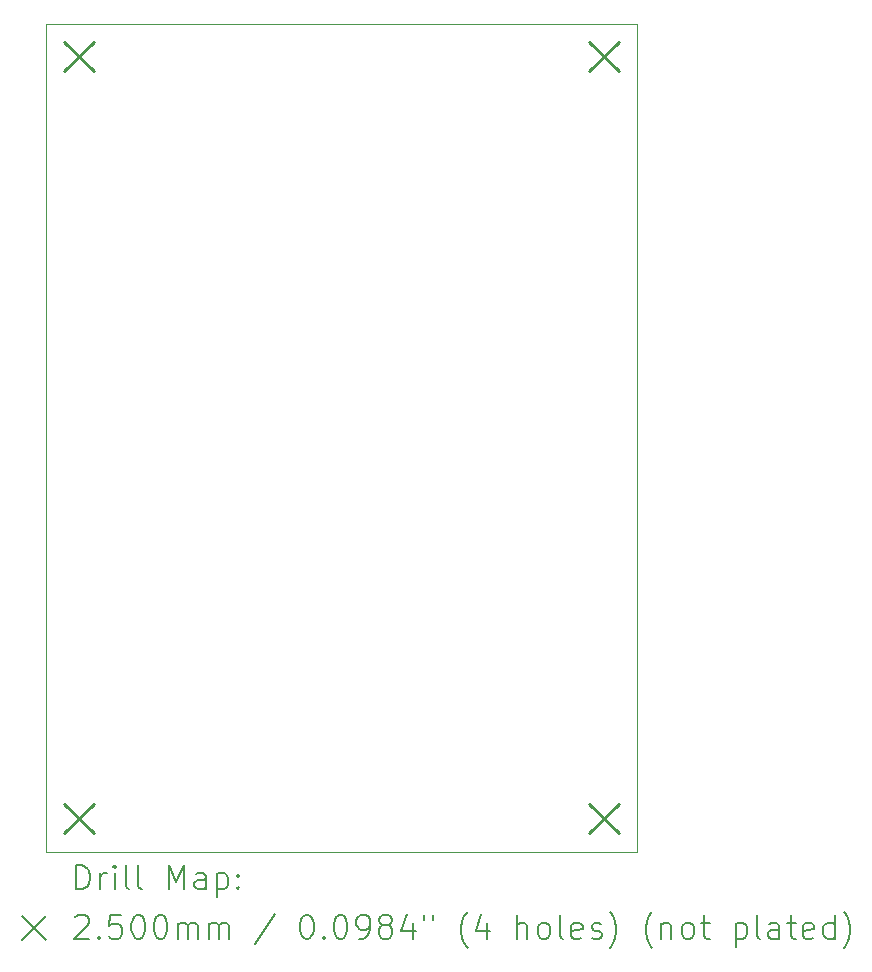
<source format=gbr>
%TF.GenerationSoftware,KiCad,Pcbnew,7.0.7*%
%TF.CreationDate,2025-03-26T10:17:01+05:30*%
%TF.ProjectId,VibAndHeat_Version1,56696241-6e64-4486-9561-745f56657273,rev?*%
%TF.SameCoordinates,Original*%
%TF.FileFunction,Drillmap*%
%TF.FilePolarity,Positive*%
%FSLAX45Y45*%
G04 Gerber Fmt 4.5, Leading zero omitted, Abs format (unit mm)*
G04 Created by KiCad (PCBNEW 7.0.7) date 2025-03-26 10:17:01*
%MOMM*%
%LPD*%
G01*
G04 APERTURE LIST*
%ADD10C,0.100000*%
%ADD11C,0.200000*%
%ADD12C,0.250000*%
G04 APERTURE END LIST*
D10*
X11455400Y-6375400D02*
X16459200Y-6375400D01*
X16459200Y-13385800D01*
X11455400Y-13385800D01*
X11455400Y-6375400D01*
D11*
D12*
X11609800Y-6529800D02*
X11859800Y-6779800D01*
X11859800Y-6529800D02*
X11609800Y-6779800D01*
X11609800Y-12981400D02*
X11859800Y-13231400D01*
X11859800Y-12981400D02*
X11609800Y-13231400D01*
X16054800Y-6529800D02*
X16304800Y-6779800D01*
X16304800Y-6529800D02*
X16054800Y-6779800D01*
X16054800Y-12981400D02*
X16304800Y-13231400D01*
X16304800Y-12981400D02*
X16054800Y-13231400D01*
D11*
X11711177Y-13702284D02*
X11711177Y-13502284D01*
X11711177Y-13502284D02*
X11758796Y-13502284D01*
X11758796Y-13502284D02*
X11787367Y-13511808D01*
X11787367Y-13511808D02*
X11806415Y-13530855D01*
X11806415Y-13530855D02*
X11815939Y-13549903D01*
X11815939Y-13549903D02*
X11825462Y-13587998D01*
X11825462Y-13587998D02*
X11825462Y-13616569D01*
X11825462Y-13616569D02*
X11815939Y-13654665D01*
X11815939Y-13654665D02*
X11806415Y-13673712D01*
X11806415Y-13673712D02*
X11787367Y-13692760D01*
X11787367Y-13692760D02*
X11758796Y-13702284D01*
X11758796Y-13702284D02*
X11711177Y-13702284D01*
X11911177Y-13702284D02*
X11911177Y-13568950D01*
X11911177Y-13607046D02*
X11920701Y-13587998D01*
X11920701Y-13587998D02*
X11930224Y-13578474D01*
X11930224Y-13578474D02*
X11949272Y-13568950D01*
X11949272Y-13568950D02*
X11968320Y-13568950D01*
X12034986Y-13702284D02*
X12034986Y-13568950D01*
X12034986Y-13502284D02*
X12025462Y-13511808D01*
X12025462Y-13511808D02*
X12034986Y-13521331D01*
X12034986Y-13521331D02*
X12044510Y-13511808D01*
X12044510Y-13511808D02*
X12034986Y-13502284D01*
X12034986Y-13502284D02*
X12034986Y-13521331D01*
X12158796Y-13702284D02*
X12139748Y-13692760D01*
X12139748Y-13692760D02*
X12130224Y-13673712D01*
X12130224Y-13673712D02*
X12130224Y-13502284D01*
X12263558Y-13702284D02*
X12244510Y-13692760D01*
X12244510Y-13692760D02*
X12234986Y-13673712D01*
X12234986Y-13673712D02*
X12234986Y-13502284D01*
X12492129Y-13702284D02*
X12492129Y-13502284D01*
X12492129Y-13502284D02*
X12558796Y-13645141D01*
X12558796Y-13645141D02*
X12625462Y-13502284D01*
X12625462Y-13502284D02*
X12625462Y-13702284D01*
X12806415Y-13702284D02*
X12806415Y-13597522D01*
X12806415Y-13597522D02*
X12796891Y-13578474D01*
X12796891Y-13578474D02*
X12777843Y-13568950D01*
X12777843Y-13568950D02*
X12739748Y-13568950D01*
X12739748Y-13568950D02*
X12720701Y-13578474D01*
X12806415Y-13692760D02*
X12787367Y-13702284D01*
X12787367Y-13702284D02*
X12739748Y-13702284D01*
X12739748Y-13702284D02*
X12720701Y-13692760D01*
X12720701Y-13692760D02*
X12711177Y-13673712D01*
X12711177Y-13673712D02*
X12711177Y-13654665D01*
X12711177Y-13654665D02*
X12720701Y-13635617D01*
X12720701Y-13635617D02*
X12739748Y-13626093D01*
X12739748Y-13626093D02*
X12787367Y-13626093D01*
X12787367Y-13626093D02*
X12806415Y-13616569D01*
X12901653Y-13568950D02*
X12901653Y-13768950D01*
X12901653Y-13578474D02*
X12920701Y-13568950D01*
X12920701Y-13568950D02*
X12958796Y-13568950D01*
X12958796Y-13568950D02*
X12977843Y-13578474D01*
X12977843Y-13578474D02*
X12987367Y-13587998D01*
X12987367Y-13587998D02*
X12996891Y-13607046D01*
X12996891Y-13607046D02*
X12996891Y-13664188D01*
X12996891Y-13664188D02*
X12987367Y-13683236D01*
X12987367Y-13683236D02*
X12977843Y-13692760D01*
X12977843Y-13692760D02*
X12958796Y-13702284D01*
X12958796Y-13702284D02*
X12920701Y-13702284D01*
X12920701Y-13702284D02*
X12901653Y-13692760D01*
X13082605Y-13683236D02*
X13092129Y-13692760D01*
X13092129Y-13692760D02*
X13082605Y-13702284D01*
X13082605Y-13702284D02*
X13073082Y-13692760D01*
X13073082Y-13692760D02*
X13082605Y-13683236D01*
X13082605Y-13683236D02*
X13082605Y-13702284D01*
X13082605Y-13578474D02*
X13092129Y-13587998D01*
X13092129Y-13587998D02*
X13082605Y-13597522D01*
X13082605Y-13597522D02*
X13073082Y-13587998D01*
X13073082Y-13587998D02*
X13082605Y-13578474D01*
X13082605Y-13578474D02*
X13082605Y-13597522D01*
X11250400Y-13930800D02*
X11450400Y-14130800D01*
X11450400Y-13930800D02*
X11250400Y-14130800D01*
X11701653Y-13941331D02*
X11711177Y-13931808D01*
X11711177Y-13931808D02*
X11730224Y-13922284D01*
X11730224Y-13922284D02*
X11777843Y-13922284D01*
X11777843Y-13922284D02*
X11796891Y-13931808D01*
X11796891Y-13931808D02*
X11806415Y-13941331D01*
X11806415Y-13941331D02*
X11815939Y-13960379D01*
X11815939Y-13960379D02*
X11815939Y-13979427D01*
X11815939Y-13979427D02*
X11806415Y-14007998D01*
X11806415Y-14007998D02*
X11692129Y-14122284D01*
X11692129Y-14122284D02*
X11815939Y-14122284D01*
X11901653Y-14103236D02*
X11911177Y-14112760D01*
X11911177Y-14112760D02*
X11901653Y-14122284D01*
X11901653Y-14122284D02*
X11892129Y-14112760D01*
X11892129Y-14112760D02*
X11901653Y-14103236D01*
X11901653Y-14103236D02*
X11901653Y-14122284D01*
X12092129Y-13922284D02*
X11996891Y-13922284D01*
X11996891Y-13922284D02*
X11987367Y-14017522D01*
X11987367Y-14017522D02*
X11996891Y-14007998D01*
X11996891Y-14007998D02*
X12015939Y-13998474D01*
X12015939Y-13998474D02*
X12063558Y-13998474D01*
X12063558Y-13998474D02*
X12082605Y-14007998D01*
X12082605Y-14007998D02*
X12092129Y-14017522D01*
X12092129Y-14017522D02*
X12101653Y-14036569D01*
X12101653Y-14036569D02*
X12101653Y-14084188D01*
X12101653Y-14084188D02*
X12092129Y-14103236D01*
X12092129Y-14103236D02*
X12082605Y-14112760D01*
X12082605Y-14112760D02*
X12063558Y-14122284D01*
X12063558Y-14122284D02*
X12015939Y-14122284D01*
X12015939Y-14122284D02*
X11996891Y-14112760D01*
X11996891Y-14112760D02*
X11987367Y-14103236D01*
X12225462Y-13922284D02*
X12244510Y-13922284D01*
X12244510Y-13922284D02*
X12263558Y-13931808D01*
X12263558Y-13931808D02*
X12273082Y-13941331D01*
X12273082Y-13941331D02*
X12282605Y-13960379D01*
X12282605Y-13960379D02*
X12292129Y-13998474D01*
X12292129Y-13998474D02*
X12292129Y-14046093D01*
X12292129Y-14046093D02*
X12282605Y-14084188D01*
X12282605Y-14084188D02*
X12273082Y-14103236D01*
X12273082Y-14103236D02*
X12263558Y-14112760D01*
X12263558Y-14112760D02*
X12244510Y-14122284D01*
X12244510Y-14122284D02*
X12225462Y-14122284D01*
X12225462Y-14122284D02*
X12206415Y-14112760D01*
X12206415Y-14112760D02*
X12196891Y-14103236D01*
X12196891Y-14103236D02*
X12187367Y-14084188D01*
X12187367Y-14084188D02*
X12177843Y-14046093D01*
X12177843Y-14046093D02*
X12177843Y-13998474D01*
X12177843Y-13998474D02*
X12187367Y-13960379D01*
X12187367Y-13960379D02*
X12196891Y-13941331D01*
X12196891Y-13941331D02*
X12206415Y-13931808D01*
X12206415Y-13931808D02*
X12225462Y-13922284D01*
X12415939Y-13922284D02*
X12434986Y-13922284D01*
X12434986Y-13922284D02*
X12454034Y-13931808D01*
X12454034Y-13931808D02*
X12463558Y-13941331D01*
X12463558Y-13941331D02*
X12473082Y-13960379D01*
X12473082Y-13960379D02*
X12482605Y-13998474D01*
X12482605Y-13998474D02*
X12482605Y-14046093D01*
X12482605Y-14046093D02*
X12473082Y-14084188D01*
X12473082Y-14084188D02*
X12463558Y-14103236D01*
X12463558Y-14103236D02*
X12454034Y-14112760D01*
X12454034Y-14112760D02*
X12434986Y-14122284D01*
X12434986Y-14122284D02*
X12415939Y-14122284D01*
X12415939Y-14122284D02*
X12396891Y-14112760D01*
X12396891Y-14112760D02*
X12387367Y-14103236D01*
X12387367Y-14103236D02*
X12377843Y-14084188D01*
X12377843Y-14084188D02*
X12368320Y-14046093D01*
X12368320Y-14046093D02*
X12368320Y-13998474D01*
X12368320Y-13998474D02*
X12377843Y-13960379D01*
X12377843Y-13960379D02*
X12387367Y-13941331D01*
X12387367Y-13941331D02*
X12396891Y-13931808D01*
X12396891Y-13931808D02*
X12415939Y-13922284D01*
X12568320Y-14122284D02*
X12568320Y-13988950D01*
X12568320Y-14007998D02*
X12577843Y-13998474D01*
X12577843Y-13998474D02*
X12596891Y-13988950D01*
X12596891Y-13988950D02*
X12625463Y-13988950D01*
X12625463Y-13988950D02*
X12644510Y-13998474D01*
X12644510Y-13998474D02*
X12654034Y-14017522D01*
X12654034Y-14017522D02*
X12654034Y-14122284D01*
X12654034Y-14017522D02*
X12663558Y-13998474D01*
X12663558Y-13998474D02*
X12682605Y-13988950D01*
X12682605Y-13988950D02*
X12711177Y-13988950D01*
X12711177Y-13988950D02*
X12730224Y-13998474D01*
X12730224Y-13998474D02*
X12739748Y-14017522D01*
X12739748Y-14017522D02*
X12739748Y-14122284D01*
X12834986Y-14122284D02*
X12834986Y-13988950D01*
X12834986Y-14007998D02*
X12844510Y-13998474D01*
X12844510Y-13998474D02*
X12863558Y-13988950D01*
X12863558Y-13988950D02*
X12892129Y-13988950D01*
X12892129Y-13988950D02*
X12911177Y-13998474D01*
X12911177Y-13998474D02*
X12920701Y-14017522D01*
X12920701Y-14017522D02*
X12920701Y-14122284D01*
X12920701Y-14017522D02*
X12930224Y-13998474D01*
X12930224Y-13998474D02*
X12949272Y-13988950D01*
X12949272Y-13988950D02*
X12977843Y-13988950D01*
X12977843Y-13988950D02*
X12996891Y-13998474D01*
X12996891Y-13998474D02*
X13006415Y-14017522D01*
X13006415Y-14017522D02*
X13006415Y-14122284D01*
X13396891Y-13912760D02*
X13225463Y-14169903D01*
X13654034Y-13922284D02*
X13673082Y-13922284D01*
X13673082Y-13922284D02*
X13692129Y-13931808D01*
X13692129Y-13931808D02*
X13701653Y-13941331D01*
X13701653Y-13941331D02*
X13711177Y-13960379D01*
X13711177Y-13960379D02*
X13720701Y-13998474D01*
X13720701Y-13998474D02*
X13720701Y-14046093D01*
X13720701Y-14046093D02*
X13711177Y-14084188D01*
X13711177Y-14084188D02*
X13701653Y-14103236D01*
X13701653Y-14103236D02*
X13692129Y-14112760D01*
X13692129Y-14112760D02*
X13673082Y-14122284D01*
X13673082Y-14122284D02*
X13654034Y-14122284D01*
X13654034Y-14122284D02*
X13634986Y-14112760D01*
X13634986Y-14112760D02*
X13625463Y-14103236D01*
X13625463Y-14103236D02*
X13615939Y-14084188D01*
X13615939Y-14084188D02*
X13606415Y-14046093D01*
X13606415Y-14046093D02*
X13606415Y-13998474D01*
X13606415Y-13998474D02*
X13615939Y-13960379D01*
X13615939Y-13960379D02*
X13625463Y-13941331D01*
X13625463Y-13941331D02*
X13634986Y-13931808D01*
X13634986Y-13931808D02*
X13654034Y-13922284D01*
X13806415Y-14103236D02*
X13815939Y-14112760D01*
X13815939Y-14112760D02*
X13806415Y-14122284D01*
X13806415Y-14122284D02*
X13796891Y-14112760D01*
X13796891Y-14112760D02*
X13806415Y-14103236D01*
X13806415Y-14103236D02*
X13806415Y-14122284D01*
X13939748Y-13922284D02*
X13958796Y-13922284D01*
X13958796Y-13922284D02*
X13977844Y-13931808D01*
X13977844Y-13931808D02*
X13987367Y-13941331D01*
X13987367Y-13941331D02*
X13996891Y-13960379D01*
X13996891Y-13960379D02*
X14006415Y-13998474D01*
X14006415Y-13998474D02*
X14006415Y-14046093D01*
X14006415Y-14046093D02*
X13996891Y-14084188D01*
X13996891Y-14084188D02*
X13987367Y-14103236D01*
X13987367Y-14103236D02*
X13977844Y-14112760D01*
X13977844Y-14112760D02*
X13958796Y-14122284D01*
X13958796Y-14122284D02*
X13939748Y-14122284D01*
X13939748Y-14122284D02*
X13920701Y-14112760D01*
X13920701Y-14112760D02*
X13911177Y-14103236D01*
X13911177Y-14103236D02*
X13901653Y-14084188D01*
X13901653Y-14084188D02*
X13892129Y-14046093D01*
X13892129Y-14046093D02*
X13892129Y-13998474D01*
X13892129Y-13998474D02*
X13901653Y-13960379D01*
X13901653Y-13960379D02*
X13911177Y-13941331D01*
X13911177Y-13941331D02*
X13920701Y-13931808D01*
X13920701Y-13931808D02*
X13939748Y-13922284D01*
X14101653Y-14122284D02*
X14139748Y-14122284D01*
X14139748Y-14122284D02*
X14158796Y-14112760D01*
X14158796Y-14112760D02*
X14168320Y-14103236D01*
X14168320Y-14103236D02*
X14187367Y-14074665D01*
X14187367Y-14074665D02*
X14196891Y-14036569D01*
X14196891Y-14036569D02*
X14196891Y-13960379D01*
X14196891Y-13960379D02*
X14187367Y-13941331D01*
X14187367Y-13941331D02*
X14177844Y-13931808D01*
X14177844Y-13931808D02*
X14158796Y-13922284D01*
X14158796Y-13922284D02*
X14120701Y-13922284D01*
X14120701Y-13922284D02*
X14101653Y-13931808D01*
X14101653Y-13931808D02*
X14092129Y-13941331D01*
X14092129Y-13941331D02*
X14082606Y-13960379D01*
X14082606Y-13960379D02*
X14082606Y-14007998D01*
X14082606Y-14007998D02*
X14092129Y-14027046D01*
X14092129Y-14027046D02*
X14101653Y-14036569D01*
X14101653Y-14036569D02*
X14120701Y-14046093D01*
X14120701Y-14046093D02*
X14158796Y-14046093D01*
X14158796Y-14046093D02*
X14177844Y-14036569D01*
X14177844Y-14036569D02*
X14187367Y-14027046D01*
X14187367Y-14027046D02*
X14196891Y-14007998D01*
X14311177Y-14007998D02*
X14292129Y-13998474D01*
X14292129Y-13998474D02*
X14282606Y-13988950D01*
X14282606Y-13988950D02*
X14273082Y-13969903D01*
X14273082Y-13969903D02*
X14273082Y-13960379D01*
X14273082Y-13960379D02*
X14282606Y-13941331D01*
X14282606Y-13941331D02*
X14292129Y-13931808D01*
X14292129Y-13931808D02*
X14311177Y-13922284D01*
X14311177Y-13922284D02*
X14349272Y-13922284D01*
X14349272Y-13922284D02*
X14368320Y-13931808D01*
X14368320Y-13931808D02*
X14377844Y-13941331D01*
X14377844Y-13941331D02*
X14387367Y-13960379D01*
X14387367Y-13960379D02*
X14387367Y-13969903D01*
X14387367Y-13969903D02*
X14377844Y-13988950D01*
X14377844Y-13988950D02*
X14368320Y-13998474D01*
X14368320Y-13998474D02*
X14349272Y-14007998D01*
X14349272Y-14007998D02*
X14311177Y-14007998D01*
X14311177Y-14007998D02*
X14292129Y-14017522D01*
X14292129Y-14017522D02*
X14282606Y-14027046D01*
X14282606Y-14027046D02*
X14273082Y-14046093D01*
X14273082Y-14046093D02*
X14273082Y-14084188D01*
X14273082Y-14084188D02*
X14282606Y-14103236D01*
X14282606Y-14103236D02*
X14292129Y-14112760D01*
X14292129Y-14112760D02*
X14311177Y-14122284D01*
X14311177Y-14122284D02*
X14349272Y-14122284D01*
X14349272Y-14122284D02*
X14368320Y-14112760D01*
X14368320Y-14112760D02*
X14377844Y-14103236D01*
X14377844Y-14103236D02*
X14387367Y-14084188D01*
X14387367Y-14084188D02*
X14387367Y-14046093D01*
X14387367Y-14046093D02*
X14377844Y-14027046D01*
X14377844Y-14027046D02*
X14368320Y-14017522D01*
X14368320Y-14017522D02*
X14349272Y-14007998D01*
X14558796Y-13988950D02*
X14558796Y-14122284D01*
X14511177Y-13912760D02*
X14463558Y-14055617D01*
X14463558Y-14055617D02*
X14587367Y-14055617D01*
X14654034Y-13922284D02*
X14654034Y-13960379D01*
X14730225Y-13922284D02*
X14730225Y-13960379D01*
X15025463Y-14198474D02*
X15015939Y-14188950D01*
X15015939Y-14188950D02*
X14996891Y-14160379D01*
X14996891Y-14160379D02*
X14987368Y-14141331D01*
X14987368Y-14141331D02*
X14977844Y-14112760D01*
X14977844Y-14112760D02*
X14968320Y-14065141D01*
X14968320Y-14065141D02*
X14968320Y-14027046D01*
X14968320Y-14027046D02*
X14977844Y-13979427D01*
X14977844Y-13979427D02*
X14987368Y-13950855D01*
X14987368Y-13950855D02*
X14996891Y-13931808D01*
X14996891Y-13931808D02*
X15015939Y-13903236D01*
X15015939Y-13903236D02*
X15025463Y-13893712D01*
X15187368Y-13988950D02*
X15187368Y-14122284D01*
X15139748Y-13912760D02*
X15092129Y-14055617D01*
X15092129Y-14055617D02*
X15215939Y-14055617D01*
X15444510Y-14122284D02*
X15444510Y-13922284D01*
X15530225Y-14122284D02*
X15530225Y-14017522D01*
X15530225Y-14017522D02*
X15520701Y-13998474D01*
X15520701Y-13998474D02*
X15501653Y-13988950D01*
X15501653Y-13988950D02*
X15473082Y-13988950D01*
X15473082Y-13988950D02*
X15454034Y-13998474D01*
X15454034Y-13998474D02*
X15444510Y-14007998D01*
X15654034Y-14122284D02*
X15634987Y-14112760D01*
X15634987Y-14112760D02*
X15625463Y-14103236D01*
X15625463Y-14103236D02*
X15615939Y-14084188D01*
X15615939Y-14084188D02*
X15615939Y-14027046D01*
X15615939Y-14027046D02*
X15625463Y-14007998D01*
X15625463Y-14007998D02*
X15634987Y-13998474D01*
X15634987Y-13998474D02*
X15654034Y-13988950D01*
X15654034Y-13988950D02*
X15682606Y-13988950D01*
X15682606Y-13988950D02*
X15701653Y-13998474D01*
X15701653Y-13998474D02*
X15711177Y-14007998D01*
X15711177Y-14007998D02*
X15720701Y-14027046D01*
X15720701Y-14027046D02*
X15720701Y-14084188D01*
X15720701Y-14084188D02*
X15711177Y-14103236D01*
X15711177Y-14103236D02*
X15701653Y-14112760D01*
X15701653Y-14112760D02*
X15682606Y-14122284D01*
X15682606Y-14122284D02*
X15654034Y-14122284D01*
X15834987Y-14122284D02*
X15815939Y-14112760D01*
X15815939Y-14112760D02*
X15806415Y-14093712D01*
X15806415Y-14093712D02*
X15806415Y-13922284D01*
X15987368Y-14112760D02*
X15968320Y-14122284D01*
X15968320Y-14122284D02*
X15930225Y-14122284D01*
X15930225Y-14122284D02*
X15911177Y-14112760D01*
X15911177Y-14112760D02*
X15901653Y-14093712D01*
X15901653Y-14093712D02*
X15901653Y-14017522D01*
X15901653Y-14017522D02*
X15911177Y-13998474D01*
X15911177Y-13998474D02*
X15930225Y-13988950D01*
X15930225Y-13988950D02*
X15968320Y-13988950D01*
X15968320Y-13988950D02*
X15987368Y-13998474D01*
X15987368Y-13998474D02*
X15996891Y-14017522D01*
X15996891Y-14017522D02*
X15996891Y-14036569D01*
X15996891Y-14036569D02*
X15901653Y-14055617D01*
X16073082Y-14112760D02*
X16092130Y-14122284D01*
X16092130Y-14122284D02*
X16130225Y-14122284D01*
X16130225Y-14122284D02*
X16149272Y-14112760D01*
X16149272Y-14112760D02*
X16158796Y-14093712D01*
X16158796Y-14093712D02*
X16158796Y-14084188D01*
X16158796Y-14084188D02*
X16149272Y-14065141D01*
X16149272Y-14065141D02*
X16130225Y-14055617D01*
X16130225Y-14055617D02*
X16101653Y-14055617D01*
X16101653Y-14055617D02*
X16082606Y-14046093D01*
X16082606Y-14046093D02*
X16073082Y-14027046D01*
X16073082Y-14027046D02*
X16073082Y-14017522D01*
X16073082Y-14017522D02*
X16082606Y-13998474D01*
X16082606Y-13998474D02*
X16101653Y-13988950D01*
X16101653Y-13988950D02*
X16130225Y-13988950D01*
X16130225Y-13988950D02*
X16149272Y-13998474D01*
X16225463Y-14198474D02*
X16234987Y-14188950D01*
X16234987Y-14188950D02*
X16254034Y-14160379D01*
X16254034Y-14160379D02*
X16263558Y-14141331D01*
X16263558Y-14141331D02*
X16273082Y-14112760D01*
X16273082Y-14112760D02*
X16282606Y-14065141D01*
X16282606Y-14065141D02*
X16282606Y-14027046D01*
X16282606Y-14027046D02*
X16273082Y-13979427D01*
X16273082Y-13979427D02*
X16263558Y-13950855D01*
X16263558Y-13950855D02*
X16254034Y-13931808D01*
X16254034Y-13931808D02*
X16234987Y-13903236D01*
X16234987Y-13903236D02*
X16225463Y-13893712D01*
X16587368Y-14198474D02*
X16577844Y-14188950D01*
X16577844Y-14188950D02*
X16558796Y-14160379D01*
X16558796Y-14160379D02*
X16549272Y-14141331D01*
X16549272Y-14141331D02*
X16539749Y-14112760D01*
X16539749Y-14112760D02*
X16530225Y-14065141D01*
X16530225Y-14065141D02*
X16530225Y-14027046D01*
X16530225Y-14027046D02*
X16539749Y-13979427D01*
X16539749Y-13979427D02*
X16549272Y-13950855D01*
X16549272Y-13950855D02*
X16558796Y-13931808D01*
X16558796Y-13931808D02*
X16577844Y-13903236D01*
X16577844Y-13903236D02*
X16587368Y-13893712D01*
X16663558Y-13988950D02*
X16663558Y-14122284D01*
X16663558Y-14007998D02*
X16673082Y-13998474D01*
X16673082Y-13998474D02*
X16692130Y-13988950D01*
X16692130Y-13988950D02*
X16720701Y-13988950D01*
X16720701Y-13988950D02*
X16739749Y-13998474D01*
X16739749Y-13998474D02*
X16749272Y-14017522D01*
X16749272Y-14017522D02*
X16749272Y-14122284D01*
X16873082Y-14122284D02*
X16854034Y-14112760D01*
X16854034Y-14112760D02*
X16844511Y-14103236D01*
X16844511Y-14103236D02*
X16834987Y-14084188D01*
X16834987Y-14084188D02*
X16834987Y-14027046D01*
X16834987Y-14027046D02*
X16844511Y-14007998D01*
X16844511Y-14007998D02*
X16854034Y-13998474D01*
X16854034Y-13998474D02*
X16873082Y-13988950D01*
X16873082Y-13988950D02*
X16901654Y-13988950D01*
X16901654Y-13988950D02*
X16920701Y-13998474D01*
X16920701Y-13998474D02*
X16930225Y-14007998D01*
X16930225Y-14007998D02*
X16939749Y-14027046D01*
X16939749Y-14027046D02*
X16939749Y-14084188D01*
X16939749Y-14084188D02*
X16930225Y-14103236D01*
X16930225Y-14103236D02*
X16920701Y-14112760D01*
X16920701Y-14112760D02*
X16901654Y-14122284D01*
X16901654Y-14122284D02*
X16873082Y-14122284D01*
X16996892Y-13988950D02*
X17073082Y-13988950D01*
X17025463Y-13922284D02*
X17025463Y-14093712D01*
X17025463Y-14093712D02*
X17034987Y-14112760D01*
X17034987Y-14112760D02*
X17054034Y-14122284D01*
X17054034Y-14122284D02*
X17073082Y-14122284D01*
X17292130Y-13988950D02*
X17292130Y-14188950D01*
X17292130Y-13998474D02*
X17311177Y-13988950D01*
X17311177Y-13988950D02*
X17349273Y-13988950D01*
X17349273Y-13988950D02*
X17368320Y-13998474D01*
X17368320Y-13998474D02*
X17377844Y-14007998D01*
X17377844Y-14007998D02*
X17387368Y-14027046D01*
X17387368Y-14027046D02*
X17387368Y-14084188D01*
X17387368Y-14084188D02*
X17377844Y-14103236D01*
X17377844Y-14103236D02*
X17368320Y-14112760D01*
X17368320Y-14112760D02*
X17349273Y-14122284D01*
X17349273Y-14122284D02*
X17311177Y-14122284D01*
X17311177Y-14122284D02*
X17292130Y-14112760D01*
X17501654Y-14122284D02*
X17482606Y-14112760D01*
X17482606Y-14112760D02*
X17473082Y-14093712D01*
X17473082Y-14093712D02*
X17473082Y-13922284D01*
X17663558Y-14122284D02*
X17663558Y-14017522D01*
X17663558Y-14017522D02*
X17654035Y-13998474D01*
X17654035Y-13998474D02*
X17634987Y-13988950D01*
X17634987Y-13988950D02*
X17596892Y-13988950D01*
X17596892Y-13988950D02*
X17577844Y-13998474D01*
X17663558Y-14112760D02*
X17644511Y-14122284D01*
X17644511Y-14122284D02*
X17596892Y-14122284D01*
X17596892Y-14122284D02*
X17577844Y-14112760D01*
X17577844Y-14112760D02*
X17568320Y-14093712D01*
X17568320Y-14093712D02*
X17568320Y-14074665D01*
X17568320Y-14074665D02*
X17577844Y-14055617D01*
X17577844Y-14055617D02*
X17596892Y-14046093D01*
X17596892Y-14046093D02*
X17644511Y-14046093D01*
X17644511Y-14046093D02*
X17663558Y-14036569D01*
X17730225Y-13988950D02*
X17806415Y-13988950D01*
X17758796Y-13922284D02*
X17758796Y-14093712D01*
X17758796Y-14093712D02*
X17768320Y-14112760D01*
X17768320Y-14112760D02*
X17787368Y-14122284D01*
X17787368Y-14122284D02*
X17806415Y-14122284D01*
X17949273Y-14112760D02*
X17930225Y-14122284D01*
X17930225Y-14122284D02*
X17892130Y-14122284D01*
X17892130Y-14122284D02*
X17873082Y-14112760D01*
X17873082Y-14112760D02*
X17863558Y-14093712D01*
X17863558Y-14093712D02*
X17863558Y-14017522D01*
X17863558Y-14017522D02*
X17873082Y-13998474D01*
X17873082Y-13998474D02*
X17892130Y-13988950D01*
X17892130Y-13988950D02*
X17930225Y-13988950D01*
X17930225Y-13988950D02*
X17949273Y-13998474D01*
X17949273Y-13998474D02*
X17958796Y-14017522D01*
X17958796Y-14017522D02*
X17958796Y-14036569D01*
X17958796Y-14036569D02*
X17863558Y-14055617D01*
X18130225Y-14122284D02*
X18130225Y-13922284D01*
X18130225Y-14112760D02*
X18111177Y-14122284D01*
X18111177Y-14122284D02*
X18073082Y-14122284D01*
X18073082Y-14122284D02*
X18054035Y-14112760D01*
X18054035Y-14112760D02*
X18044511Y-14103236D01*
X18044511Y-14103236D02*
X18034987Y-14084188D01*
X18034987Y-14084188D02*
X18034987Y-14027046D01*
X18034987Y-14027046D02*
X18044511Y-14007998D01*
X18044511Y-14007998D02*
X18054035Y-13998474D01*
X18054035Y-13998474D02*
X18073082Y-13988950D01*
X18073082Y-13988950D02*
X18111177Y-13988950D01*
X18111177Y-13988950D02*
X18130225Y-13998474D01*
X18206416Y-14198474D02*
X18215939Y-14188950D01*
X18215939Y-14188950D02*
X18234987Y-14160379D01*
X18234987Y-14160379D02*
X18244511Y-14141331D01*
X18244511Y-14141331D02*
X18254035Y-14112760D01*
X18254035Y-14112760D02*
X18263558Y-14065141D01*
X18263558Y-14065141D02*
X18263558Y-14027046D01*
X18263558Y-14027046D02*
X18254035Y-13979427D01*
X18254035Y-13979427D02*
X18244511Y-13950855D01*
X18244511Y-13950855D02*
X18234987Y-13931808D01*
X18234987Y-13931808D02*
X18215939Y-13903236D01*
X18215939Y-13903236D02*
X18206416Y-13893712D01*
M02*

</source>
